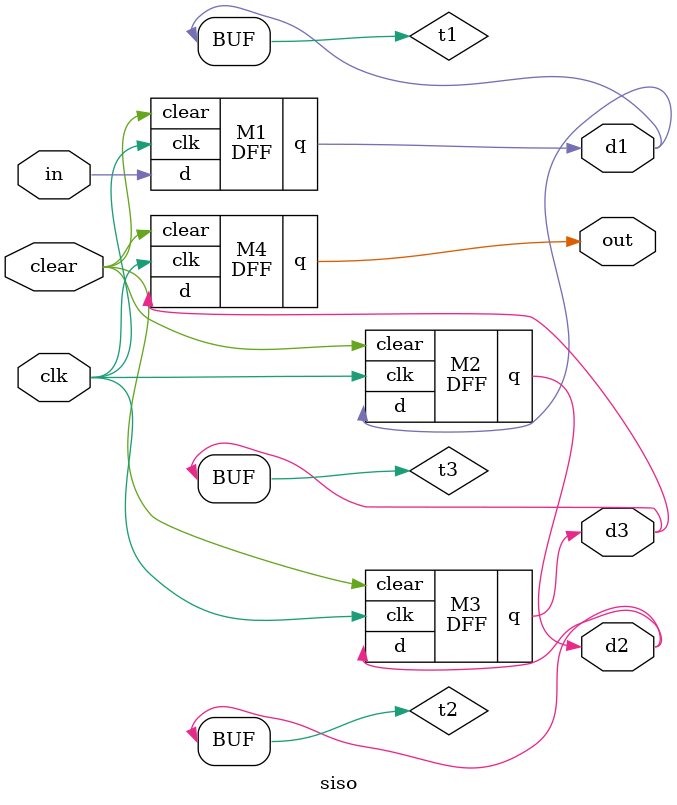
<source format=v>
module DFF(clk,clear,d,q);
	input d,clear,clk;
	output reg q;
	always@(posedge clk)
	begin
		if(clear==1)
			q = 0;
	else
		q <= d;
	end
endmodule

module siso(clk,clear,in, out,d1,d2,d3);
	input clk, clear, in;
	output out;
	output   d1,d2,d3;
  wire t1,t2,t3;
	DFF M1(clk,clear,in,d1);
  assign t1  = d1;
	DFF M2(clk,clear,t1,d2);
  assign t2  = d2;
	DFF M3(clk, clear, t2, d3);
  assign t3  = d3;
	DFF M4(clk, clear, t3, out);

endmodule

</source>
